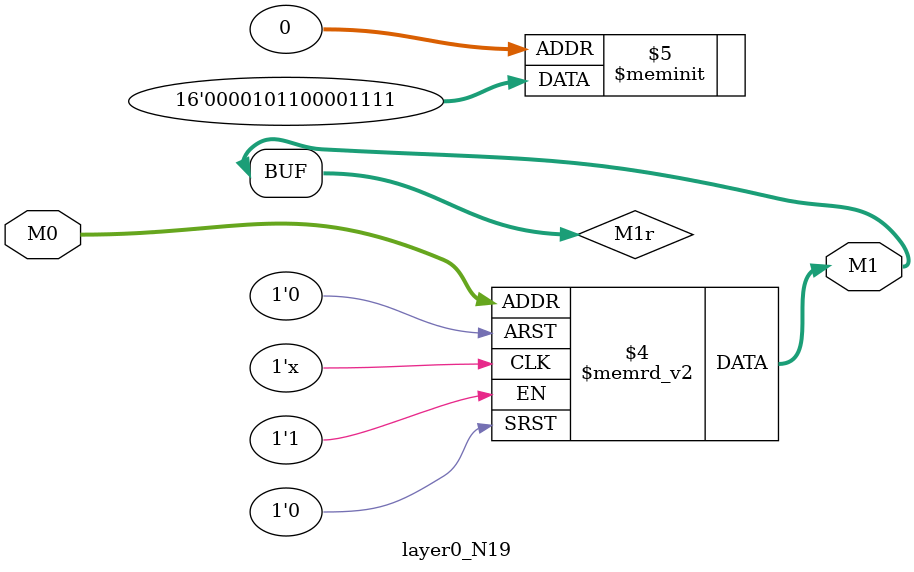
<source format=v>
module layer0_N19 ( input [2:0] M0, output [1:0] M1 );

	(*rom_style = "distributed" *) reg [1:0] M1r;
	assign M1 = M1r;
	always @ (M0) begin
		case (M0)
			3'b000: M1r = 2'b11;
			3'b100: M1r = 2'b11;
			3'b010: M1r = 2'b00;
			3'b110: M1r = 2'b00;
			3'b001: M1r = 2'b11;
			3'b101: M1r = 2'b10;
			3'b011: M1r = 2'b00;
			3'b111: M1r = 2'b00;

		endcase
	end
endmodule

</source>
